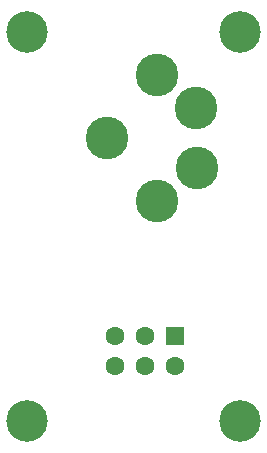
<source format=gbr>
G04 EAGLE Gerber RS-274X export*
G75*
%MOMM*%
%FSLAX34Y34*%
%LPD*%
%INTop Copper*%
%IPPOS*%
%AMOC8*
5,1,8,0,0,1.08239X$1,22.5*%
G01*
%ADD10C,3.606800*%
%ADD11R,1.605000X1.605000*%
%ADD12C,1.605000*%
%ADD13C,3.516000*%


D10*
X150000Y303350D03*
X183200Y275400D03*
X183800Y224600D03*
X107600Y250000D03*
X150000Y196650D03*
D11*
X165400Y82700D03*
D12*
X165400Y57300D03*
X140000Y82700D03*
X140000Y57300D03*
X114600Y82700D03*
X114600Y57300D03*
D13*
X40000Y10000D03*
X220000Y10000D03*
X40000Y340000D03*
X220000Y340000D03*
M02*

</source>
